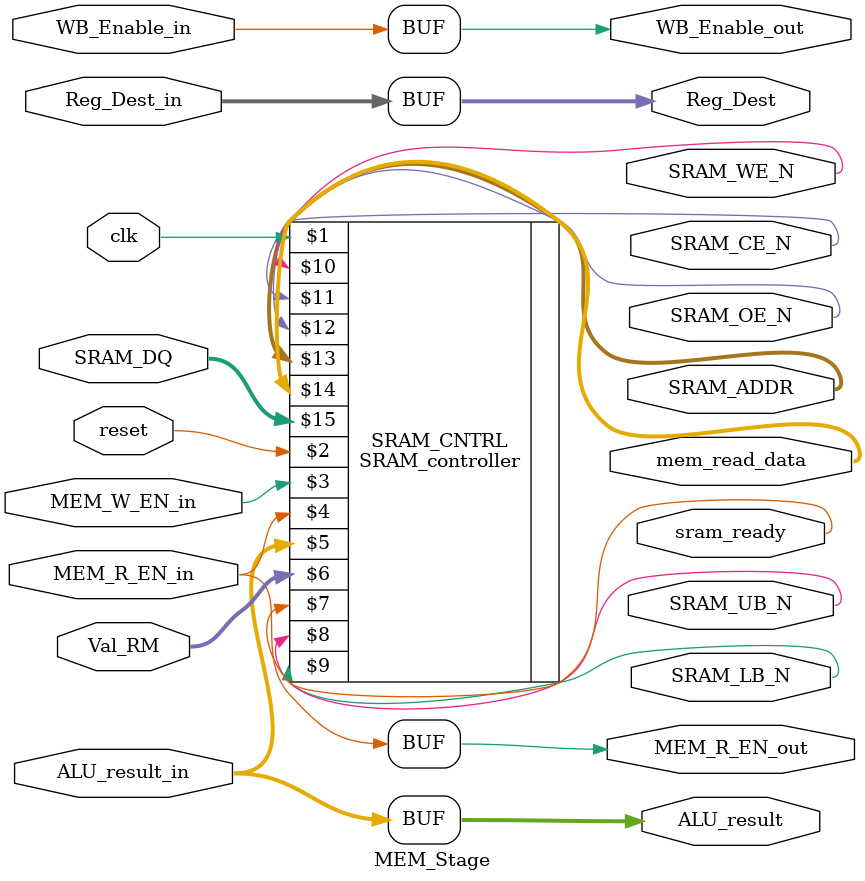
<source format=v>
module MEM_Stage(
  input clk, reset,
  input MEM_R_EN_in, MEM_W_EN_in, WB_Enable_in,
  input[3 : 0] Reg_Dest_in,
  input[31 : 0] Val_RM, ALU_result_in,
  output  MEM_R_EN_out, WB_Enable_out,
  output [3 : 0] Reg_Dest,
  output [31 : 0] mem_read_data, ALU_result,

  output SRAM_UB_N, SRAM_LB_N, SRAM_CE_N, SRAM_OE_N, SRAM_WE_N, sram_ready,
  output [17 : 0] SRAM_ADDR,  
  inout  [15 : 0] SRAM_DQ    
);
 
    assign Reg_Dest = Reg_Dest_in;
    assign ALU_result = ALU_result_in;
    assign MEM_R_EN_out = MEM_R_EN_in;
    assign WB_Enable_out = WB_Enable_in;
    
    wire [31 : 0] aligned_address;
    reg  [31 : 0] mem [63 : 0]; 

    SRAM_controller SRAM_CNTRL(
    clk, reset, MEM_W_EN_in, MEM_R_EN_in, ALU_result_in, Val_RM, sram_ready, SRAM_UB_N, SRAM_LB_N, SRAM_WE_N,
    SRAM_CE_N, SRAM_OE_N, SRAM_ADDR, mem_read_data, SRAM_DQ);
  
endmodule






</source>
